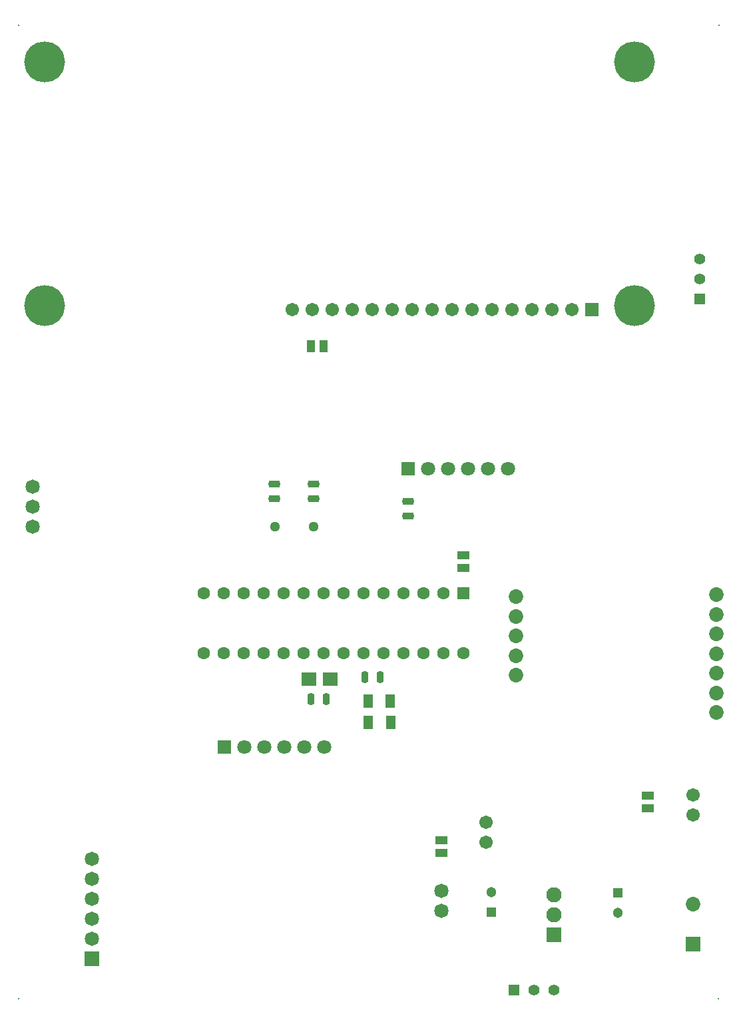
<source format=gbr>
%TF.GenerationSoftware,Altium Limited,Altium Designer,25.6.2 (33)*%
G04 Layer_Color=8388736*
%FSLAX45Y45*%
%MOMM*%
%TF.SameCoordinates,D625FAC1-649B-4139-A42B-0E7AE4161345*%
%TF.FilePolarity,Negative*%
%TF.FileFunction,Soldermask,Top*%
%TF.Part,Single*%
G01*
G75*
%TA.AperFunction,SMDPad,CuDef*%
%ADD10R,1.15606X1.75822*%
G04:AMPARAMS|DCode=49|XSize=0.9032mm|YSize=1.4532mm|CornerRadius=0.2766mm|HoleSize=0mm|Usage=FLASHONLY|Rotation=180.000|XOffset=0mm|YOffset=0mm|HoleType=Round|Shape=RoundedRectangle|*
%AMROUNDEDRECTD49*
21,1,0.90320,0.90000,0,0,180.0*
21,1,0.35000,1.45320,0,0,180.0*
1,1,0.55320,-0.17500,0.45000*
1,1,0.55320,0.17500,0.45000*
1,1,0.55320,0.17500,-0.45000*
1,1,0.55320,-0.17500,-0.45000*
%
%ADD49ROUNDEDRECTD49*%
G04:AMPARAMS|DCode=50|XSize=0.9032mm|YSize=1.4532mm|CornerRadius=0.2766mm|HoleSize=0mm|Usage=FLASHONLY|Rotation=270.000|XOffset=0mm|YOffset=0mm|HoleType=Round|Shape=RoundedRectangle|*
%AMROUNDEDRECTD50*
21,1,0.90320,0.90000,0,0,270.0*
21,1,0.35000,1.45320,0,0,270.0*
1,1,0.55320,-0.45000,-0.17500*
1,1,0.55320,-0.45000,0.17500*
1,1,0.55320,0.45000,0.17500*
1,1,0.55320,0.45000,-0.17500*
%
%ADD50ROUNDEDRECTD50*%
%ADD51R,1.05320X1.55320*%
%ADD52R,1.55320X1.05320*%
%ADD53R,1.95320X1.70320*%
%TA.AperFunction,WasherPad*%
%ADD54C,0.20320*%
%TA.AperFunction,ComponentPad*%
%ADD55C,1.80320*%
%ADD56C,1.85320*%
%ADD57C,1.71120*%
%ADD58R,1.71120X1.71120*%
%ADD59C,1.82320*%
%ADD60C,1.70320*%
%ADD61C,1.60320*%
%ADD62C,1.30320*%
%ADD63R,1.85320X1.85320*%
%ADD64C,1.42120*%
%ADD65R,1.42120X1.42120*%
%ADD66R,1.82320X1.82320*%
%ADD67C,5.20320*%
%ADD68R,1.60320X1.60320*%
%ADD69C,1.28320*%
%ADD70R,1.80320X1.80320*%
%ADD71C,1.95320*%
%ADD72R,1.95320X1.95320*%
%ADD73R,1.30320X1.30320*%
%ADD74R,1.42120X1.42120*%
D10*
X5029200Y4064000D02*
D03*
X4743983D02*
D03*
X4746892Y3797300D02*
D03*
X5032108D02*
D03*
D49*
X4895600Y4368800D02*
D03*
X4209800Y4089400D02*
D03*
X4705600Y4368800D02*
D03*
X4019800Y4089400D02*
D03*
D50*
X3556000Y6826000D02*
D03*
X4051300D02*
D03*
X3556000Y6636000D02*
D03*
X5257800Y6420100D02*
D03*
X4051300Y6636000D02*
D03*
X5257800Y6610100D02*
D03*
D51*
X4017500Y8575000D02*
D03*
X4182500D02*
D03*
D52*
X5956300Y5924500D02*
D03*
X5676900Y2133600D02*
D03*
X8300000Y2700000D02*
D03*
X5956300Y5759500D02*
D03*
X5676900Y2298600D02*
D03*
X8300000Y2865000D02*
D03*
D53*
X4265000Y4343400D02*
D03*
X3990000D02*
D03*
D54*
X300000Y12660000D02*
D03*
Y280000D02*
D03*
X9200000D02*
D03*
X9210000Y12660000D02*
D03*
D55*
X6527800Y7023100D02*
D03*
X4191000Y3479800D02*
D03*
X6019800Y7023100D02*
D03*
X3937000Y3479800D02*
D03*
X3175003Y3479801D02*
D03*
X5765800Y7023100D02*
D03*
X3683000Y3479800D02*
D03*
X3429000D02*
D03*
X5511803Y7023101D02*
D03*
X6273800Y7023100D02*
D03*
D56*
X6624401Y4393810D02*
D03*
Y4643811D02*
D03*
Y4893804D02*
D03*
Y5143797D02*
D03*
X8877300Y1485900D02*
D03*
X9174399Y3918810D02*
D03*
Y4168811D02*
D03*
Y4418812D02*
D03*
Y4668796D02*
D03*
Y4918797D02*
D03*
Y5168798D02*
D03*
Y5418799D02*
D03*
X6624401Y5393798D02*
D03*
D57*
X6579500Y9042600D02*
D03*
X3785500D02*
D03*
X4039500D02*
D03*
X4293500D02*
D03*
X4547500D02*
D03*
X4801500D02*
D03*
X5055500D02*
D03*
X5309500D02*
D03*
X5563500D02*
D03*
X5817500D02*
D03*
X6071500D02*
D03*
X6325500D02*
D03*
X6833500D02*
D03*
X7087500D02*
D03*
X7341500D02*
D03*
D58*
X7595500D02*
D03*
D59*
X482600Y6794500D02*
D03*
X5676900Y1651000D02*
D03*
X482608Y6286492D02*
D03*
X1231900Y1041400D02*
D03*
Y1295400D02*
D03*
Y1549400D02*
D03*
X482600Y6540500D02*
D03*
X1231900Y1803400D02*
D03*
Y2057400D02*
D03*
X5676900Y1397000D02*
D03*
D60*
X8875000Y2621000D02*
D03*
X6250000Y2529000D02*
D03*
Y2275000D02*
D03*
X8875000Y2875000D02*
D03*
D61*
X4178300Y5435600D02*
D03*
X4432300Y4673600D02*
D03*
X3416300Y5435600D02*
D03*
X5194300D02*
D03*
X3162300D02*
D03*
X4940300D02*
D03*
X4432300D02*
D03*
X2908300D02*
D03*
X4686300D02*
D03*
X5702300D02*
D03*
X5448300D02*
D03*
X3924300D02*
D03*
X3670300D02*
D03*
X2654300D02*
D03*
X5956300Y4673600D02*
D03*
X5702300D02*
D03*
X5448300D02*
D03*
X5194300D02*
D03*
X4940300D02*
D03*
X4686300D02*
D03*
X4178300D02*
D03*
X3924300D02*
D03*
X3670300D02*
D03*
X3416300D02*
D03*
X3162300D02*
D03*
X2908300D02*
D03*
X2654300D02*
D03*
D62*
X7924800Y1375600D02*
D03*
X6311900Y1636300D02*
D03*
D63*
X8877300Y977900D02*
D03*
D64*
X6858000Y393700D02*
D03*
X8966200Y9436100D02*
D03*
Y9690100D02*
D03*
X7112000Y393700D02*
D03*
D65*
X8966200Y9182100D02*
D03*
D66*
X1231900Y787400D02*
D03*
D67*
X631500Y12192600D02*
D03*
X8131500D02*
D03*
Y9092600D02*
D03*
X631500D02*
D03*
D68*
X5956300Y5435600D02*
D03*
D69*
X3566000Y6286500D02*
D03*
X4054000D02*
D03*
D70*
X2921003Y3479801D02*
D03*
X5257803Y7023101D02*
D03*
D71*
X7112000Y1600200D02*
D03*
Y1346200D02*
D03*
D72*
Y1092200D02*
D03*
D73*
X7924800Y1625600D02*
D03*
X6311900Y1386300D02*
D03*
D74*
X6604000Y393700D02*
D03*
%TF.MD5,8ba7c93b22f1194f1f6262c4e32bd693*%
M02*

</source>
